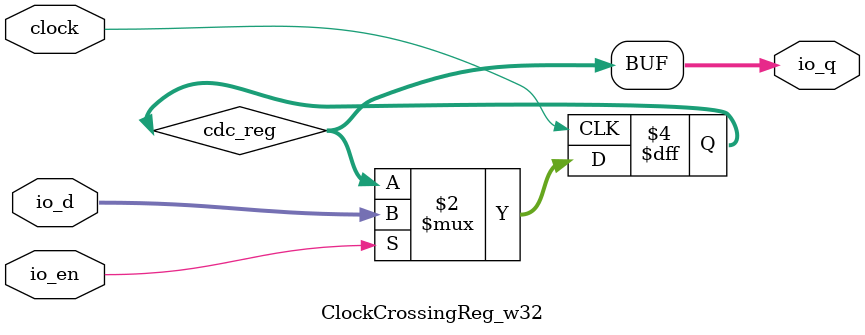
<source format=sv>
`ifndef RANDOMIZE
  `ifdef RANDOMIZE_MEM_INIT
    `define RANDOMIZE
  `endif // RANDOMIZE_MEM_INIT
`endif // not def RANDOMIZE
`ifndef RANDOMIZE
  `ifdef RANDOMIZE_REG_INIT
    `define RANDOMIZE
  `endif // RANDOMIZE_REG_INIT
`endif // not def RANDOMIZE

`ifndef RANDOM
  `define RANDOM $random
`endif // not def RANDOM

// Users can define INIT_RANDOM as general code that gets injected into the
// initializer block for modules with registers.
`ifndef INIT_RANDOM
  `define INIT_RANDOM
`endif // not def INIT_RANDOM

// If using random initialization, you can also define RANDOMIZE_DELAY to
// customize the delay used, otherwise 0.002 is used.
`ifndef RANDOMIZE_DELAY
  `define RANDOMIZE_DELAY 0.002
`endif // not def RANDOMIZE_DELAY

// Define INIT_RANDOM_PROLOG_ for use in our modules below.
`ifndef INIT_RANDOM_PROLOG_
  `ifdef RANDOMIZE
    `ifdef VERILATOR
      `define INIT_RANDOM_PROLOG_ `INIT_RANDOM
    `else  // VERILATOR
      `define INIT_RANDOM_PROLOG_ `INIT_RANDOM #`RANDOMIZE_DELAY begin end
    `endif // VERILATOR
  `else  // RANDOMIZE
    `define INIT_RANDOM_PROLOG_
  `endif // RANDOMIZE
`endif // not def INIT_RANDOM_PROLOG_

// Include register initializers in init blocks unless synthesis is set
`ifndef SYNTHESIS
  `ifndef ENABLE_INITIAL_REG_
    `define ENABLE_INITIAL_REG_
  `endif // not def ENABLE_INITIAL_REG_
`endif // not def SYNTHESIS

// Include rmemory initializers in init blocks unless synthesis is set
`ifndef SYNTHESIS
  `ifndef ENABLE_INITIAL_MEM_
    `define ENABLE_INITIAL_MEM_
  `endif // not def ENABLE_INITIAL_MEM_
`endif // not def SYNTHESIS

// Standard header to adapt well known macros for prints and assertions.

// Users can define 'PRINTF_COND' to add an extra gate to prints.
`ifndef PRINTF_COND_
  `ifdef PRINTF_COND
    `define PRINTF_COND_ (`PRINTF_COND)
  `else  // PRINTF_COND
    `define PRINTF_COND_ 1
  `endif // PRINTF_COND
`endif // not def PRINTF_COND_

// Users can define 'ASSERT_VERBOSE_COND' to add an extra gate to assert error printing.
`ifndef ASSERT_VERBOSE_COND_
  `ifdef ASSERT_VERBOSE_COND
    `define ASSERT_VERBOSE_COND_ (`ASSERT_VERBOSE_COND)
  `else  // ASSERT_VERBOSE_COND
    `define ASSERT_VERBOSE_COND_ 1
  `endif // ASSERT_VERBOSE_COND
`endif // not def ASSERT_VERBOSE_COND_

// Users can define 'STOP_COND' to add an extra gate to stop conditions.
`ifndef STOP_COND_
  `ifdef STOP_COND
    `define STOP_COND_ (`STOP_COND)
  `else  // STOP_COND
    `define STOP_COND_ 1
  `endif // STOP_COND
`endif // not def STOP_COND_

module ClockCrossingReg_w32(
  input         clock,
  input  [31:0] io_d,	// @[generators/rocket-chip/src/main/scala/util/SynchronizerReg.scala:195:14]
  output [31:0] io_q,	// @[generators/rocket-chip/src/main/scala/util/SynchronizerReg.scala:195:14]
  input         io_en	// @[generators/rocket-chip/src/main/scala/util/SynchronizerReg.scala:195:14]
);

  reg [31:0] cdc_reg;	// @[generators/rocket-chip/src/main/scala/util/SynchronizerReg.scala:201:76]
  always @(posedge clock) begin
    if (io_en)	// @[generators/rocket-chip/src/main/scala/util/SynchronizerReg.scala:195:14]
      cdc_reg <= io_d;	// @[generators/rocket-chip/src/main/scala/util/SynchronizerReg.scala:201:76]
  end // always @(posedge)
  `ifdef ENABLE_INITIAL_REG_
    `ifdef FIRRTL_BEFORE_INITIAL
      `FIRRTL_BEFORE_INITIAL
    `endif // FIRRTL_BEFORE_INITIAL
    logic [31:0] _RANDOM[0:0];
    initial begin
      `ifdef INIT_RANDOM_PROLOG_
        `INIT_RANDOM_PROLOG_
      `endif // INIT_RANDOM_PROLOG_
      `ifdef RANDOMIZE_REG_INIT
        _RANDOM[/*Zero width*/ 1'b0] = `RANDOM;
        cdc_reg = _RANDOM[/*Zero width*/ 1'b0];	// @[generators/rocket-chip/src/main/scala/util/SynchronizerReg.scala:201:76]
      `endif // RANDOMIZE_REG_INIT
    end // initial
    `ifdef FIRRTL_AFTER_INITIAL
      `FIRRTL_AFTER_INITIAL
    `endif // FIRRTL_AFTER_INITIAL
  `endif // ENABLE_INITIAL_REG_
  assign io_q = cdc_reg;	// @[generators/rocket-chip/src/main/scala/util/SynchronizerReg.scala:201:76]
endmodule


</source>
